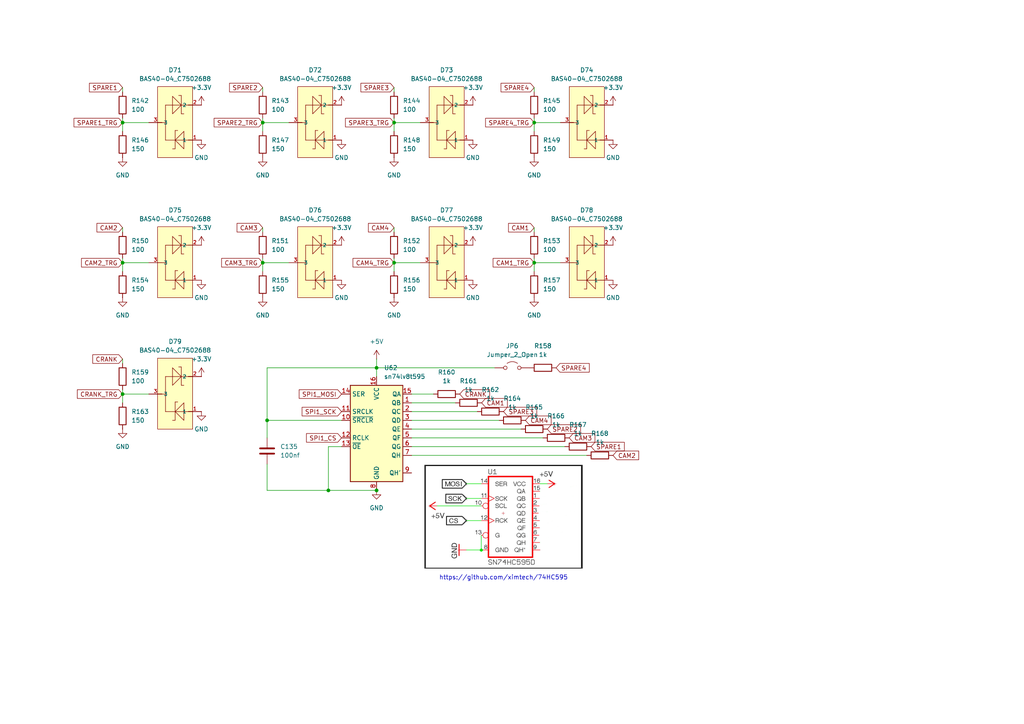
<source format=kicad_sch>
(kicad_sch (version 20250114) (generator "eeschema") (generator_version "9.0")
  (paper "A4")
  (lib_symbols
    (symbol "74xx:74HC595"
      (property "Reference" "U" (at -7.62 13.97 0))
      (property "Value" "74HC595" (at -7.62 -16.51 0))
      (symbol "74HC595_1_0"
        (pin input line (at -10.16 10.16 0) (length 2.54) (name "SER") (number "14"))
        (pin input line (at -10.16 5.08 0) (length 2.54) (name "SRCLK") (number "11"))
        (pin input line (at -10.16 2.54 0) (length 2.54) (name "~{SRCLR}") (number "10"))
        (pin input line (at -10.16 -2.54 0) (length 2.54) (name "RCLK") (number "12"))
        (pin input line (at -10.16 -5.08 0) (length 2.54) (name "~{OE}") (number "13"))
        (pin power_in line (at 0 15.24 270) (length 2.54) (name "VCC") (number "16"))
        (pin power_in line (at 0 -17.78 90) (length 2.54) (name "GND") (number "8"))
        (pin tri_state line (at 10.16 10.16 180) (length 2.54) (name "QA") (number "15"))
        (pin tri_state line (at 10.16 7.62 180) (length 2.54) (name "QB") (number "1"))
        (pin tri_state line (at 10.16 5.08 180) (length 2.54) (name "QC") (number "2"))
        (pin tri_state line (at 10.16 2.54 180) (length 2.54) (name "QD") (number "3"))
        (pin tri_state line (at 10.16 0 180) (length 2.54) (name "QE") (number "4"))
        (pin tri_state line (at 10.16 -2.54 180) (length 2.54) (name "QF") (number "5"))
        (pin tri_state line (at 10.16 -5.08 180) (length 2.54) (name "QG") (number "6"))
        (pin tri_state line (at 10.16 -7.62 180) (length 2.54) (name "QH") (number "7"))
        (pin output line (at 10.16 -12.7 180) (length 2.54) (name "QH'") (number "9"))
      )
      (symbol "74HC595_1_1"
        (rectangle (start -7.62 12.7) (end 7.62 -15.24) (stroke (width 0.254)) (fill (type background)))
      )
    )
    (symbol "Device:C" (pin_numbers (hide yes)) (pin_names (offset 0.254))
      (property "Reference" "C" (at 0.635 2.54 0))
      (property "Value" "C" (at 0.635 -2.54 0))
      (symbol "C_0_1"
        (polyline (pts (xy -2.032 0.762) (xy 2.032 0.762)) (stroke (width 0.508)))
        (polyline (pts (xy -2.032 -0.762) (xy 2.032 -0.762)) (stroke (width 0.508)))
      )
      (symbol "C_1_1"
        (pin passive line (at 0 3.81 270) (length 2.794) (name "~") (number "1"))
        (pin passive line (at 0 -3.81 90) (length 2.794) (name "~") (number "2"))
      )
    )
    (symbol "Device:R" (pin_numbers (hide yes)) (pin_names (offset 0))
      (property "Reference" "R" (at 2.032 0 90))
      (property "Value" "R" (at 0 0 90))
      (symbol "R_0_1"
        (rectangle (start -1.016 -2.54) (end 1.016 2.54) (stroke (width 0.254)))
      )
      (symbol "R_1_1"
        (pin passive line (at 0 3.81 270) (length 1.27) (name "~") (number "1"))
        (pin passive line (at 0 -3.81 90) (length 1.27) (name "~") (number "2"))
      )
    )
    (symbol "Jumper:Jumper_2_Open" (pin_numbers (hide yes)) (pin_names (offset 0) (hide yes))
      (property "Reference" "JP" (at 0 2.794 0))
      (property "Value" "Jumper_2_Open" (at 0 -2.286 0))
      (symbol "Jumper_2_Open_0_0"
        (circle (center -2.032 0) (radius 0.508))
        (circle (center 2.032 0) (radius 0.508))
      )
      (symbol "Jumper_2_Open_0_1"
        (arc (start -1.524 1.27) (mid 0 1.778) (end 1.524 1.27))
      )
      (symbol "Jumper_2_Open_1_1"
        (pin passive line (at -5.08 0 0) (length 2.54) (name "A") (number "1"))
        (pin passive line (at 5.08 0 180) (length 2.54) (name "B") (number "2"))
      )
    )
    (symbol "PCM_JLCPCB-Diode-Packages:Schottky, BAS40-04_C7502688"
      (property "Reference" "D" (at 0 1.27 0))
      (property "Value" "BAS40-04_C7502688" (at 0 -2.54 0))
      (symbol "Schottky, BAS40-04_C7502688_0_1"
        (rectangle (start -10.16 5.08) (end 10.414 -5.08) (fill (type background)))
        (polyline (pts (xy -7.62 0.762) (xy -7.62 0) (xy -5.08 0) (xy -2.286 0)))
        (polyline (pts (xy -5.08 2.794) (xy -5.08 -5.08)))
        (polyline (pts (xy -5.08 2.794) (xy 5.08 2.794)))
        (polyline (pts (xy -2.54 -2.54) (xy -5.08 0) (xy -7.62 -2.54) (xy -2.54 -2.54)) (fill (type background)))
        (polyline (pts (xy -2.286 0) (xy -2.286 -0.762)))
        (polyline (pts (xy 0 5.08) (xy 0 2.794)))
        (polyline (pts (xy 2.54 -2.54) (xy 2.54 -1.778) (xy 7.874 -1.778)))
        (polyline (pts (xy 5.08 2.794) (xy 5.08 -5.08)))
        (polyline (pts (xy 7.62 0.762) (xy 5.08 -1.778) (xy 2.54 0.762) (xy 7.62 0.762)) (fill (type background)))
        (polyline (pts (xy 7.874 -1.778) (xy 7.874 -1.016)))
        (pin input line (at -5.08 -7.62 90) (length 3.81) (name "1") (number "1"))
        (pin input line (at 0 7.62 270) (length 3.81) (name "3") (number "3"))
        (pin input line (at 5.08 -7.62 90) (length 3.81) (name "2") (number "2"))
      )
    )
    (symbol "power:+3.3V" (power) (pin_numbers (hide yes)) (pin_names (offset 0) (hide yes))
      (property "Value" "+3.3V" (at 0 3.556 0))
      (symbol "+3.3V_0_1"
        (polyline (pts (xy -0.762 1.27) (xy 0 2.54)))
        (polyline (pts (xy 0 2.54) (xy 0.762 1.27)))
        (polyline (pts (xy 0 0) (xy 0 2.54)))
      )
      (symbol "+3.3V_1_1"
        (pin power_in line (at 0 0 90) (length 0) (name "~") (number "1"))
      )
    )
    (symbol "power:+5V" (power) (pin_numbers (hide yes)) (pin_names (offset 0) (hide yes))
      (property "Value" "+5V" (at 0 3.556 0))
      (symbol "+5V_0_1"
        (polyline (pts (xy -0.762 1.27) (xy 0 2.54)))
        (polyline (pts (xy 0 2.54) (xy 0.762 1.27)))
        (polyline (pts (xy 0 0) (xy 0 2.54)))
      )
      (symbol "+5V_1_1"
        (pin power_in line (at 0 0 90) (length 0) (name "~") (number "1"))
      )
    )
    (symbol "power:GND" (power) (pin_numbers (hide yes)) (pin_names (offset 0) (hide yes))
      (property "Value" "GND" (at 0 -3.81 0))
      (symbol "GND_0_1"
        (polyline (pts (xy 0 0) (xy 0 -1.27) (xy 1.27 -1.27) (xy 0 -2.54) (xy -1.27 -1.27) (xy 0 -1.27)))
      )
      (symbol "GND_1_1"
        (pin power_in line (at 0 0 270) (length 0) (name "~") (number "1"))
      )
    )
  )
  (text "https://github.com/ximtech/74HC595" (at 146.05 167.64 0) (effects (font (size 1.27 1.27))))
  (junction (at 35.56 114.3))
  (junction (at 35.56 76.2))
  (junction (at 76.2 35.56))
  (junction (at 35.56 35.56))
  (junction (at 109.22 142.24))
  (junction (at 95.25 142.24))
  (junction (at 154.94 76.2))
  (junction (at 76.2 76.2))
  (junction (at 109.22 106.68))
  (junction (at 114.3 35.56))
  (junction (at 114.3 76.2))
  (junction (at 154.94 35.56))
  (junction (at 77.47 121.92))
  (wire (pts (xy 35.56 76.2) (xy 43.18 76.2)))
  (wire (pts (xy 119.38 127) (xy 157.48 127)))
  (wire (pts (xy 76.2 26.67) (xy 76.2 25.4)))
  (wire (pts (xy 76.2 35.56) (xy 76.2 38.1)))
  (wire (pts (xy 154.94 74.93) (xy 154.94 76.2)))
  (wire (pts (xy 99.06 129.54) (xy 95.25 129.54)))
  (wire (pts (xy 95.25 129.54) (xy 95.25 142.24)))
  (wire (pts (xy 77.47 134.62) (xy 77.47 142.24)))
  (wire (pts (xy 35.56 114.3) (xy 43.18 114.3)))
  (wire (pts (xy 154.94 76.2) (xy 154.94 78.74)))
  (wire (pts (xy 119.38 129.54) (xy 163.83 129.54)))
  (wire (pts (xy 35.56 105.41) (xy 35.56 104.14)))
  (wire (pts (xy 119.38 124.46) (xy 151.13 124.46)))
  (wire (pts (xy 114.3 35.56) (xy 121.92 35.56)))
  (wire (pts (xy 119.38 121.92) (xy 144.78 121.92)))
  (wire (pts (xy 76.2 76.2) (xy 76.2 78.74)))
  (wire (pts (xy 77.47 121.92) (xy 77.47 106.68)))
  (wire (pts (xy 109.22 106.68) (xy 143.51 106.68)))
  (wire (pts (xy 119.38 114.3) (xy 125.73 114.3)))
  (wire (pts (xy 114.3 76.2) (xy 114.3 78.74)))
  (wire (pts (xy 154.94 76.2) (xy 162.56 76.2)))
  (wire (pts (xy 114.3 34.29) (xy 114.3 35.56)))
  (wire (pts (xy 114.3 35.56) (xy 114.3 38.1)))
  (wire (pts (xy 119.38 132.08) (xy 170.18 132.08)))
  (wire (pts (xy 77.47 127) (xy 77.47 121.92)))
  (wire (pts (xy 35.56 35.56) (xy 35.56 38.1)))
  (wire (pts (xy 35.56 26.67) (xy 35.56 25.4)))
  (wire (pts (xy 154.94 35.56) (xy 162.56 35.56)))
  (wire (pts (xy 77.47 106.68) (xy 109.22 106.68)))
  (wire (pts (xy 154.94 35.56) (xy 154.94 38.1)))
  (wire (pts (xy 114.3 26.67) (xy 114.3 25.4)))
  (wire (pts (xy 76.2 35.56) (xy 83.82 35.56)))
  (wire (pts (xy 154.94 34.29) (xy 154.94 35.56)))
  (wire (pts (xy 35.56 34.29) (xy 35.56 35.56)))
  (wire (pts (xy 35.56 35.56) (xy 43.18 35.56)))
  (wire (pts (xy 95.25 142.24) (xy 109.22 142.24)))
  (wire (pts (xy 35.56 113.03) (xy 35.56 114.3)))
  (wire (pts (xy 76.2 76.2) (xy 83.82 76.2)))
  (wire (pts (xy 76.2 67.31) (xy 76.2 66.04)))
  (wire (pts (xy 154.94 67.31) (xy 154.94 66.04)))
  (wire (pts (xy 35.56 67.31) (xy 35.56 66.04)))
  (wire (pts (xy 35.56 76.2) (xy 35.56 78.74)))
  (wire (pts (xy 154.94 26.67) (xy 154.94 25.4)))
  (wire (pts (xy 77.47 121.92) (xy 99.06 121.92)))
  (wire (pts (xy 119.38 116.84) (xy 132.08 116.84)))
  (wire (pts (xy 35.56 114.3) (xy 35.56 116.84)))
  (wire (pts (xy 114.3 67.31) (xy 114.3 66.04)))
  (wire (pts (xy 119.38 119.38) (xy 138.43 119.38)))
  (wire (pts (xy 76.2 34.29) (xy 76.2 35.56)))
  (wire (pts (xy 77.47 142.24) (xy 95.25 142.24)))
  (wire (pts (xy 109.22 104.14) (xy 109.22 106.68)))
  (wire (pts (xy 109.22 106.68) (xy 109.22 109.22)))
  (wire (pts (xy 114.3 76.2) (xy 121.92 76.2)))
  (wire (pts (xy 35.56 74.93) (xy 35.56 76.2)))
  (wire (pts (xy 114.3 74.93) (xy 114.3 76.2)))
  (wire (pts (xy 76.2 74.93) (xy 76.2 76.2)))
  (image (at 146.05 149.86) (scale 0.399372))
  (global_label "CAM3" (shape input) (at 76.2 66.04 180) (property "Intersheetrefs" "${INTERSHEET_REFS}" (effects (hide yes))))
  (global_label "CAM4_TRG" (shape input) (at 114.3 76.2 180) (property "Intersheetrefs" "${INTERSHEET_REFS}" (effects (hide yes))))
  (global_label "SPARE3" (shape input) (at 114.3 25.4 180) (property "Intersheetrefs" "${INTERSHEET_REFS}" (effects (hide yes))))
  (global_label "SPARE3_TRG" (shape input) (at 114.3 35.56 180) (property "Intersheetrefs" "${INTERSHEET_REFS}" (effects (hide yes))))
  (global_label "SPARE4" (shape input) (at 161.29 106.68 0) (property "Intersheetrefs" "${INTERSHEET_REFS}" (effects (hide yes))))
  (global_label "CAM3" (shape input) (at 165.1 127 0) (property "Intersheetrefs" "${INTERSHEET_REFS}" (effects (hide yes))))
  (global_label "SPARE4_TRG" (shape input) (at 154.94 35.56 180) (property "Intersheetrefs" "${INTERSHEET_REFS}" (effects (hide yes))))
  (global_label "SPARE1" (shape input) (at 35.56 25.4 180) (property "Intersheetrefs" "${INTERSHEET_REFS}" (effects (hide yes))))
  (global_label "SPARE2" (shape input) (at 158.75 124.46 0) (property "Intersheetrefs" "${INTERSHEET_REFS}" (effects (hide yes))))
  (global_label "SPI1_SCK" (shape input) (at 99.06 119.38 180) (property "Intersheetrefs" "${INTERSHEET_REFS}" (effects (hide yes))))
  (global_label "CAM2" (shape input) (at 35.56 66.04 180) (property "Intersheetrefs" "${INTERSHEET_REFS}" (effects (hide yes))))
  (global_label "CAM2" (shape input) (at 177.8 132.08 0) (property "Intersheetrefs" "${INTERSHEET_REFS}" (effects (hide yes))))
  (global_label "CAM4" (shape input) (at 152.4 121.92 0) (property "Intersheetrefs" "${INTERSHEET_REFS}" (effects (hide yes))))
  (global_label "SPARE1" (shape input) (at 171.45 129.54 0) (property "Intersheetrefs" "${INTERSHEET_REFS}" (effects (hide yes))))
  (global_label "CAM1" (shape input) (at 154.94 66.04 180) (property "Intersheetrefs" "${INTERSHEET_REFS}" (effects (hide yes))))
  (global_label "SPARE2" (shape input) (at 76.2 25.4 180) (property "Intersheetrefs" "${INTERSHEET_REFS}" (effects (hide yes))))
  (global_label "CAM4" (shape input) (at 114.3 66.04 180) (property "Intersheetrefs" "${INTERSHEET_REFS}" (effects (hide yes))))
  (global_label "CAM3_TRG" (shape input) (at 76.2 76.2 180) (property "Intersheetrefs" "${INTERSHEET_REFS}" (effects (hide yes))))
  (global_label "SPARE4" (shape input) (at 154.94 25.4 180) (property "Intersheetrefs" "${INTERSHEET_REFS}" (effects (hide yes))))
  (global_label "SPARE2_TRG" (shape input) (at 76.2 35.56 180) (property "Intersheetrefs" "${INTERSHEET_REFS}" (effects (hide yes))))
  (global_label "CAM2_TRG" (shape input) (at 35.56 76.2 180) (property "Intersheetrefs" "${INTERSHEET_REFS}" (effects (hide yes))))
  (global_label "SPARE1_TRG" (shape input) (at 35.56 35.56 180) (property "Intersheetrefs" "${INTERSHEET_REFS}" (effects (hide yes))))
  (global_label "SPARE3" (shape input) (at 146.05 119.38 0) (property "Intersheetrefs" "${INTERSHEET_REFS}" (effects (hide yes))))
  (global_label "CRANK" (shape input) (at 133.35 114.3 0) (property "Intersheetrefs" "${INTERSHEET_REFS}" (effects (hide yes))))
  (global_label "CAM1_TRG" (shape input) (at 154.94 76.2 180) (property "Intersheetrefs" "${INTERSHEET_REFS}" (effects (hide yes))))
  (global_label "CRANK" (shape input) (at 35.56 104.14 180) (property "Intersheetrefs" "${INTERSHEET_REFS}" (effects (hide yes))))
  (global_label "SPI1_CS" (shape input) (at 99.06 127 180) (property "Intersheetrefs" "${INTERSHEET_REFS}" (effects (hide yes))))
  (global_label "CRANK_TRG" (shape input) (at 35.56 114.3 180) (property "Intersheetrefs" "${INTERSHEET_REFS}" (effects (hide yes))))
  (global_label "SPI1_MOSI" (shape input) (at 99.06 114.3 180) (property "Intersheetrefs" "${INTERSHEET_REFS}" (effects (hide yes))))
  (global_label "CAM1" (shape input) (at 139.7 116.84 0) (property "Intersheetrefs" "${INTERSHEET_REFS}" (effects (hide yes))))
  (symbol (lib_id "PCM_JLCPCB-Diode-Packages:Schottky, BAS40-04_C7502688") (at 50.8 114.3 90) (unit 1)
    (property "Reference" "D79" (at 50.8 99.06 90))
    (property "Value" "BAS40-04_C7502688" (at 50.8 101.6 90))
    (property "Footprint" "PCM_JLCPCB:SOT-23-3_L2.9-W1.3-P1.90-LS2.4-BL-1" (effects (hide yes)))
    (property "Datasheet" "https://wmsc.lcsc.com/wmsc/upload/file/pdf/v2/lcsc/2402010330_hongjiacheng-BAS40-04_C7502688.pdf" (effects (hide yes)))
    (property "Description" "40V Independent Type 200mA 1V@40mA SOT-23 Schottky Diodes ROHS" (effects (hide yes)))
    (property "LCSC" "C7502688" (effects (hide yes)))
    (property "Stock" "39639" (effects (hide yes)))
    (property "Price" "0.020USD" (effects (hide yes)))
    (property "Process" "SMT" (effects (hide yes)))
    (property "Minimum Qty" "10" (effects (hide yes)))
    (property "Attrition Qty" "4" (effects (hide yes)))
    (property "Class" "Preferred Component" (effects (hide yes)))
    (property "Category" "Diodes,Schottky Barrier Diodes (SBD)" (effects (hide yes)))
    (property "Manufacturer" "hongjiacheng" (effects (hide yes)))
    (property "Part" "BAS40-04" (effects (hide yes)))
  )
  (symbol (lib_id "Device:R") (at 142.24 119.38 270) (unit 1)
    (property "Reference" "R162" (at 142.24 113.03 90))
    (property "Value" "1k" (at 142.24 115.57 90))
    (property "Footprint" "Resistor_SMD:R_0402_1005Metric" (effects (hide yes)))
    (property "Description" "Resistor" (effects (hide yes)))
  )
  (symbol (lib_id "power:+3.3V") (at 99.06 30.48 0) (unit 1)
    (property "Reference" "#PWR0380" (effects (hide yes)))
    (property "Value" "+3.3V" (at 99.06 25.4 0))
    (property "Description" "Power symbol creates a global label with name \"+3.3V\"" (effects (hide yes)))
  )
  (symbol (lib_id "power:GND") (at 58.42 40.64 0) (unit 1)
    (property "Reference" "#PWR0383" (effects (hide yes)))
    (property "Value" "GND" (at 58.42 45.72 0))
    (property "Description" "Power symbol creates a global label with name \"GND\" , ground" (effects (hide yes)))
  )
  (symbol (lib_id "PCM_JLCPCB-Diode-Packages:Schottky, BAS40-04_C7502688") (at 170.18 76.2 90) (unit 1)
    (property "Reference" "D78" (at 170.18 60.96 90))
    (property "Value" "BAS40-04_C7502688" (at 170.18 63.5 90))
    (property "Footprint" "PCM_JLCPCB:SOT-23-3_L2.9-W1.3-P1.90-LS2.4-BL-1" (effects (hide yes)))
    (property "Datasheet" "https://wmsc.lcsc.com/wmsc/upload/file/pdf/v2/lcsc/2402010330_hongjiacheng-BAS40-04_C7502688.pdf" (effects (hide yes)))
    (property "Description" "40V Independent Type 200mA 1V@40mA SOT-23 Schottky Diodes ROHS" (effects (hide yes)))
    (property "LCSC" "C7502688" (effects (hide yes)))
    (property "Stock" "39639" (effects (hide yes)))
    (property "Price" "0.020USD" (effects (hide yes)))
    (property "Process" "SMT" (effects (hide yes)))
    (property "Minimum Qty" "10" (effects (hide yes)))
    (property "Attrition Qty" "4" (effects (hide yes)))
    (property "Class" "Preferred Component" (effects (hide yes)))
    (property "Category" "Diodes,Schottky Barrier Diodes (SBD)" (effects (hide yes)))
    (property "Manufacturer" "hongjiacheng" (effects (hide yes)))
    (property "Part" "BAS40-04" (effects (hide yes)))
  )
  (symbol (lib_id "Device:R") (at 114.3 41.91 180) (unit 1)
    (property "Reference" "R148" (at 116.84 40.6399 0) (effects (justify right)))
    (property "Value" "150" (at 116.84 43.1799 0) (effects (justify right)))
    (property "Footprint" "Resistor_SMD:R_0402_1005Metric" (effects (hide yes)))
    (property "Description" "Resistor" (effects (hide yes)))
  )
  (symbol (lib_id "Device:R") (at 76.2 82.55 180) (unit 1)
    (property "Reference" "R155" (at 78.74 81.2799 0) (effects (justify right)))
    (property "Value" "150" (at 78.74 83.8199 0) (effects (justify right)))
    (property "Footprint" "Resistor_SMD:R_0402_1005Metric" (effects (hide yes)))
    (property "Description" "Resistor" (effects (hide yes)))
  )
  (symbol (lib_id "Device:R") (at 76.2 30.48 180) (unit 1)
    (property "Reference" "R143" (at 78.74 29.2099 0) (effects (justify right)))
    (property "Value" "100" (at 78.74 31.7499 0) (effects (justify right)))
    (property "Footprint" "Resistor_SMD:R_0402_1005Metric" (effects (hide yes)))
    (property "Description" "Resistor" (effects (hide yes)))
  )
  (symbol (lib_id "PCM_JLCPCB-Diode-Packages:Schottky, BAS40-04_C7502688") (at 129.54 76.2 90) (unit 1)
    (property "Reference" "D77" (at 129.54 60.96 90))
    (property "Value" "BAS40-04_C7502688" (at 129.54 63.5 90))
    (property "Footprint" "PCM_JLCPCB:SOT-23-3_L2.9-W1.3-P1.90-LS2.4-BL-1" (effects (hide yes)))
    (property "Datasheet" "https://wmsc.lcsc.com/wmsc/upload/file/pdf/v2/lcsc/2402010330_hongjiacheng-BAS40-04_C7502688.pdf" (effects (hide yes)))
    (property "Description" "40V Independent Type 200mA 1V@40mA SOT-23 Schottky Diodes ROHS" (effects (hide yes)))
    (property "LCSC" "C7502688" (effects (hide yes)))
    (property "Stock" "39639" (effects (hide yes)))
    (property "Price" "0.020USD" (effects (hide yes)))
    (property "Process" "SMT" (effects (hide yes)))
    (property "Minimum Qty" "10" (effects (hide yes)))
    (property "Attrition Qty" "4" (effects (hide yes)))
    (property "Class" "Preferred Component" (effects (hide yes)))
    (property "Category" "Diodes,Schottky Barrier Diodes (SBD)" (effects (hide yes)))
    (property "Manufacturer" "hongjiacheng" (effects (hide yes)))
    (property "Part" "BAS40-04" (effects (hide yes)))
  )
  (symbol (lib_id "power:+3.3V") (at 58.42 109.22 0) (unit 1)
    (property "Reference" "#PWR0404" (effects (hide yes)))
    (property "Value" "+3.3V" (at 58.42 104.14 0))
    (property "Description" "Power symbol creates a global label with name \"+3.3V\"" (effects (hide yes)))
  )
  (symbol (lib_id "power:GND") (at 35.56 124.46 0) (unit 1)
    (property "Reference" "#PWR0406" (effects (hide yes)))
    (property "Value" "GND" (at 35.56 129.54 0))
    (property "Description" "Power symbol creates a global label with name \"GND\" , ground" (effects (hide yes)))
  )
  (symbol (lib_id "Device:R") (at 148.59 121.92 270) (unit 1)
    (property "Reference" "R164" (at 148.59 115.57 90))
    (property "Value" "1k" (at 148.59 118.11 90))
    (property "Footprint" "Resistor_SMD:R_0402_1005Metric" (effects (hide yes)))
    (property "Description" "Resistor" (effects (hide yes)))
  )
  (symbol (lib_id "power:GND") (at 58.42 81.28 0) (unit 1)
    (property "Reference" "#PWR0395" (effects (hide yes)))
    (property "Value" "GND" (at 58.42 86.36 0))
    (property "Description" "Power symbol creates a global label with name \"GND\" , ground" (effects (hide yes)))
  )
  (symbol (lib_id "power:GND") (at 76.2 45.72 0) (unit 1)
    (property "Reference" "#PWR0388" (effects (hide yes)))
    (property "Value" "GND" (at 76.2 50.8 0))
    (property "Description" "Power symbol creates a global label with name \"GND\" , ground" (effects (hide yes)))
  )
  (symbol (lib_id "Device:R") (at 173.99 132.08 270) (unit 1)
    (property "Reference" "R168" (at 173.99 125.73 90))
    (property "Value" "1k" (at 173.99 128.27 90))
    (property "Footprint" "Resistor_SMD:R_0402_1005Metric" (effects (hide yes)))
    (property "Description" "Resistor" (effects (hide yes)))
  )
  (symbol (lib_id "PCM_JLCPCB-Diode-Packages:Schottky, BAS40-04_C7502688") (at 91.44 35.56 90) (unit 1)
    (property "Reference" "D72" (at 91.44 20.32 90))
    (property "Value" "BAS40-04_C7502688" (at 91.44 22.86 90))
    (property "Footprint" "PCM_JLCPCB:SOT-23-3_L2.9-W1.3-P1.90-LS2.4-BL-1" (effects (hide yes)))
    (property "Datasheet" "https://wmsc.lcsc.com/wmsc/upload/file/pdf/v2/lcsc/2402010330_hongjiacheng-BAS40-04_C7502688.pdf" (effects (hide yes)))
    (property "Description" "40V Independent Type 200mA 1V@40mA SOT-23 Schottky Diodes ROHS" (effects (hide yes)))
    (property "LCSC" "C7502688" (effects (hide yes)))
    (property "Stock" "39639" (effects (hide yes)))
    (property "Price" "0.020USD" (effects (hide yes)))
    (property "Process" "SMT" (effects (hide yes)))
    (property "Minimum Qty" "10" (effects (hide yes)))
    (property "Attrition Qty" "4" (effects (hide yes)))
    (property "Class" "Preferred Component" (effects (hide yes)))
    (property "Category" "Diodes,Schottky Barrier Diodes (SBD)" (effects (hide yes)))
    (property "Manufacturer" "hongjiacheng" (effects (hide yes)))
    (property "Part" "BAS40-04" (effects (hide yes)))
  )
  (symbol (lib_id "power:GND") (at 177.8 40.64 0) (unit 1)
    (property "Reference" "#PWR0386" (effects (hide yes)))
    (property "Value" "GND" (at 177.8 45.72 0))
    (property "Description" "Power symbol creates a global label with name \"GND\" , ground" (effects (hide yes)))
  )
  (symbol (lib_id "power:+3.3V") (at 58.42 71.12 0) (unit 1)
    (property "Reference" "#PWR0391" (effects (hide yes)))
    (property "Value" "+3.3V" (at 58.42 66.04 0))
    (property "Description" "Power symbol creates a global label with name \"+3.3V\"" (effects (hide yes)))
  )
  (symbol (lib_id "Device:C") (at 77.47 130.81 0) (unit 1)
    (property "Reference" "C135" (at 81.28 129.5399 0) (effects (justify left)))
    (property "Value" "100nf" (at 81.28 132.0799 0) (effects (justify left)))
    (property "Footprint" "Capacitor_SMD:C_0402_1005Metric" (effects (hide yes)))
    (property "Description" "Unpolarized capacitor" (effects (hide yes)))
  )
  (symbol (lib_id "Device:R") (at 154.94 82.55 180) (unit 1)
    (property "Reference" "R157" (at 157.48 81.2799 0) (effects (justify right)))
    (property "Value" "150" (at 157.48 83.8199 0) (effects (justify right)))
    (property "Footprint" "Resistor_SMD:R_0402_1005Metric" (effects (hide yes)))
    (property "Description" "Resistor" (effects (hide yes)))
  )
  (symbol (lib_id "power:GND") (at 109.22 142.24 0) (unit 1)
    (property "Reference" "#PWR0407" (effects (hide yes)))
    (property "Value" "GND" (at 109.22 147.32 0))
    (property "Description" "Power symbol creates a global label with name \"GND\" , ground" (effects (hide yes)))
  )
  (symbol (lib_id "Device:R") (at 161.29 127 270) (unit 1)
    (property "Reference" "R166" (at 161.29 120.65 90))
    (property "Value" "1k" (at 161.29 123.19 90))
    (property "Footprint" "Resistor_SMD:R_0402_1005Metric" (effects (hide yes)))
    (property "Description" "Resistor" (effects (hide yes)))
  )
  (symbol (lib_id "Device:R") (at 129.54 114.3 270) (unit 1)
    (property "Reference" "R160" (at 129.54 107.95 90))
    (property "Value" "1k" (at 129.54 110.49 90))
    (property "Footprint" "Resistor_SMD:R_0402_1005Metric" (effects (hide yes)))
    (property "Description" "Resistor" (effects (hide yes)))
  )
  (symbol (lib_id "74xx:74HC595") (at 109.22 124.46 0) (unit 1)
    (property "Reference" "U62" (at 111.3633 106.68 0) (effects (justify left)))
    (property "Value" "sn74lv8t595" (at 111.3633 109.22 0) (effects (justify left)))
    (property "Footprint" "Package_SO:TSSOP-16_4.4x5mm_P0.65mm" (effects (hide yes)))
    (property "Datasheet" "http://www.ti.com/lit/ds/symlink/sn74hc595.pdf" (effects (hide yes)))
    (property "Description" "8-bit serial in/out Shift Register 3-State Outputs" (effects (hide yes)))
  )
  (symbol (lib_id "power:GND") (at 137.16 81.28 0) (unit 1)
    (property "Reference" "#PWR0397" (effects (hide yes)))
    (property "Value" "GND" (at 137.16 86.36 0))
    (property "Description" "Power symbol creates a global label with name \"GND\" , ground" (effects (hide yes)))
  )
  (symbol (lib_id "Device:R") (at 35.56 30.48 180) (unit 1)
    (property "Reference" "R142" (at 38.1 29.2099 0) (effects (justify right)))
    (property "Value" "100" (at 38.1 31.7499 0) (effects (justify right)))
    (property "Footprint" "Resistor_SMD:R_0402_1005Metric" (effects (hide yes)))
    (property "Description" "Resistor" (effects (hide yes)))
  )
  (symbol (lib_id "PCM_JLCPCB-Diode-Packages:Schottky, BAS40-04_C7502688") (at 129.54 35.56 90) (unit 1)
    (property "Reference" "D73" (at 129.54 20.32 90))
    (property "Value" "BAS40-04_C7502688" (at 129.54 22.86 90))
    (property "Footprint" "PCM_JLCPCB:SOT-23-3_L2.9-W1.3-P1.90-LS2.4-BL-1" (effects (hide yes)))
    (property "Datasheet" "https://wmsc.lcsc.com/wmsc/upload/file/pdf/v2/lcsc/2402010330_hongjiacheng-BAS40-04_C7502688.pdf" (effects (hide yes)))
    (property "Description" "40V Independent Type 200mA 1V@40mA SOT-23 Schottky Diodes ROHS" (effects (hide yes)))
    (property "LCSC" "C7502688" (effects (hide yes)))
    (property "Stock" "39639" (effects (hide yes)))
    (property "Price" "0.020USD" (effects (hide yes)))
    (property "Process" "SMT" (effects (hide yes)))
    (property "Minimum Qty" "10" (effects (hide yes)))
    (property "Attrition Qty" "4" (effects (hide yes)))
    (property "Class" "Preferred Component" (effects (hide yes)))
    (property "Category" "Diodes,Schottky Barrier Diodes (SBD)" (effects (hide yes)))
    (property "Manufacturer" "hongjiacheng" (effects (hide yes)))
    (property "Part" "BAS40-04" (effects (hide yes)))
  )
  (symbol (lib_id "power:GND") (at 114.3 45.72 0) (unit 1)
    (property "Reference" "#PWR0389" (effects (hide yes)))
    (property "Value" "GND" (at 114.3 50.8 0))
    (property "Description" "Power symbol creates a global label with name \"GND\" , ground" (effects (hide yes)))
  )
  (symbol (lib_id "Device:R") (at 154.94 124.46 270) (unit 1)
    (property "Reference" "R165" (at 154.94 118.11 90))
    (property "Value" "1k" (at 154.94 120.65 90))
    (property "Footprint" "Resistor_SMD:R_0402_1005Metric" (effects (hide yes)))
    (property "Description" "Resistor" (effects (hide yes)))
  )
  (symbol (lib_id "Device:R") (at 154.94 41.91 180) (unit 1)
    (property "Reference" "R149" (at 157.48 40.6399 0) (effects (justify right)))
    (property "Value" "150" (at 157.48 43.1799 0) (effects (justify right)))
    (property "Footprint" "Resistor_SMD:R_0402_1005Metric" (effects (hide yes)))
    (property "Description" "Resistor" (effects (hide yes)))
  )
  (symbol (lib_id "power:+3.3V") (at 99.06 71.12 0) (unit 1)
    (property "Reference" "#PWR0392" (effects (hide yes)))
    (property "Value" "+3.3V" (at 99.06 66.04 0))
    (property "Description" "Power symbol creates a global label with name \"+3.3V\"" (effects (hide yes)))
  )
  (symbol (lib_id "PCM_JLCPCB-Diode-Packages:Schottky, BAS40-04_C7502688") (at 50.8 76.2 90) (unit 1)
    (property "Reference" "D75" (at 50.8 60.96 90))
    (property "Value" "BAS40-04_C7502688" (at 50.8 63.5 90))
    (property "Footprint" "PCM_JLCPCB:SOT-23-3_L2.9-W1.3-P1.90-LS2.4-BL-1" (effects (hide yes)))
    (property "Datasheet" "https://wmsc.lcsc.com/wmsc/upload/file/pdf/v2/lcsc/2402010330_hongjiacheng-BAS40-04_C7502688.pdf" (effects (hide yes)))
    (property "Description" "40V Independent Type 200mA 1V@40mA SOT-23 Schottky Diodes ROHS" (effects (hide yes)))
    (property "LCSC" "C7502688" (effects (hide yes)))
    (property "Stock" "39639" (effects (hide yes)))
    (property "Price" "0.020USD" (effects (hide yes)))
    (property "Process" "SMT" (effects (hide yes)))
    (property "Minimum Qty" "10" (effects (hide yes)))
    (property "Attrition Qty" "4" (effects (hide yes)))
    (property "Class" "Preferred Component" (effects (hide yes)))
    (property "Category" "Diodes,Schottky Barrier Diodes (SBD)" (effects (hide yes)))
    (property "Manufacturer" "hongjiacheng" (effects (hide yes)))
    (property "Part" "BAS40-04" (effects (hide yes)))
  )
  (symbol (lib_id "Device:R") (at 35.56 71.12 180) (unit 1)
    (property "Reference" "R150" (at 38.1 69.8499 0) (effects (justify right)))
    (property "Value" "100" (at 38.1 72.3899 0) (effects (justify right)))
    (property "Footprint" "Resistor_SMD:R_0402_1005Metric" (effects (hide yes)))
    (property "Description" "Resistor" (effects (hide yes)))
  )
  (symbol (lib_id "Device:R") (at 167.64 129.54 270) (unit 1)
    (property "Reference" "R167" (at 167.64 123.19 90))
    (property "Value" "1k" (at 167.64 125.73 90))
    (property "Footprint" "Resistor_SMD:R_0402_1005Metric" (effects (hide yes)))
    (property "Description" "Resistor" (effects (hide yes)))
  )
  (symbol (lib_id "Device:R") (at 35.56 41.91 180) (unit 1)
    (property "Reference" "R146" (at 38.1 40.6399 0) (effects (justify right)))
    (property "Value" "150" (at 38.1 43.1799 0) (effects (justify right)))
    (property "Footprint" "Resistor_SMD:R_0402_1005Metric" (effects (hide yes)))
    (property "Description" "Resistor" (effects (hide yes)))
  )
  (symbol (lib_id "power:GND") (at 76.2 86.36 0) (unit 1)
    (property "Reference" "#PWR0400" (effects (hide yes)))
    (property "Value" "GND" (at 76.2 91.44 0))
    (property "Description" "Power symbol creates a global label with name \"GND\" , ground" (effects (hide yes)))
  )
  (symbol (lib_id "Device:R") (at 114.3 82.55 180) (unit 1)
    (property "Reference" "R156" (at 116.84 81.2799 0) (effects (justify right)))
    (property "Value" "150" (at 116.84 83.8199 0) (effects (justify right)))
    (property "Footprint" "Resistor_SMD:R_0402_1005Metric" (effects (hide yes)))
    (property "Description" "Resistor" (effects (hide yes)))
  )
  (symbol (lib_id "power:+3.3V") (at 177.8 71.12 0) (unit 1)
    (property "Reference" "#PWR0394" (effects (hide yes)))
    (property "Value" "+3.3V" (at 177.8 66.04 0))
    (property "Description" "Power symbol creates a global label with name \"+3.3V\"" (effects (hide yes)))
  )
  (symbol (lib_id "Device:R") (at 154.94 71.12 180) (unit 1)
    (property "Reference" "R153" (at 157.48 69.8499 0) (effects (justify right)))
    (property "Value" "100" (at 157.48 72.3899 0) (effects (justify right)))
    (property "Footprint" "Resistor_SMD:R_0402_1005Metric" (effects (hide yes)))
    (property "Description" "Resistor" (effects (hide yes)))
  )
  (symbol (lib_id "power:+3.3V") (at 177.8 30.48 0) (unit 1)
    (property "Reference" "#PWR0382" (effects (hide yes)))
    (property "Value" "+3.3V" (at 177.8 25.4 0))
    (property "Description" "Power symbol creates a global label with name \"+3.3V\"" (effects (hide yes)))
  )
  (symbol (lib_id "Device:R") (at 35.56 120.65 180) (unit 1)
    (property "Reference" "R163" (at 38.1 119.3799 0) (effects (justify right)))
    (property "Value" "150" (at 38.1 121.9199 0) (effects (justify right)))
    (property "Footprint" "Resistor_SMD:R_0402_1005Metric" (effects (hide yes)))
    (property "Description" "Resistor" (effects (hide yes)))
  )
  (symbol (lib_id "power:GND") (at 99.06 40.64 0) (unit 1)
    (property "Reference" "#PWR0384" (effects (hide yes)))
    (property "Value" "GND" (at 99.06 45.72 0))
    (property "Description" "Power symbol creates a global label with name \"GND\" , ground" (effects (hide yes)))
  )
  (symbol (lib_id "power:GND") (at 137.16 40.64 0) (unit 1)
    (property "Reference" "#PWR0385" (effects (hide yes)))
    (property "Value" "GND" (at 137.16 45.72 0))
    (property "Description" "Power symbol creates a global label with name \"GND\" , ground" (effects (hide yes)))
  )
  (symbol (lib_id "Device:R") (at 135.89 116.84 270) (unit 1)
    (property "Reference" "R161" (at 135.89 110.49 90))
    (property "Value" "1k" (at 135.89 113.03 90))
    (property "Footprint" "Resistor_SMD:R_0402_1005Metric" (effects (hide yes)))
    (property "Description" "Resistor" (effects (hide yes)))
  )
  (symbol (lib_id "Device:R") (at 35.56 82.55 180) (unit 1)
    (property "Reference" "R154" (at 38.1 81.2799 0) (effects (justify right)))
    (property "Value" "150" (at 38.1 83.8199 0) (effects (justify right)))
    (property "Footprint" "Resistor_SMD:R_0402_1005Metric" (effects (hide yes)))
    (property "Description" "Resistor" (effects (hide yes)))
  )
  (symbol (lib_id "power:GND") (at 154.94 86.36 0) (unit 1)
    (property "Reference" "#PWR0402" (effects (hide yes)))
    (property "Value" "GND" (at 154.94 91.44 0))
    (property "Description" "Power symbol creates a global label with name \"GND\" , ground" (effects (hide yes)))
  )
  (symbol (lib_id "power:GND") (at 35.56 86.36 0) (unit 1)
    (property "Reference" "#PWR0399" (effects (hide yes)))
    (property "Value" "GND" (at 35.56 91.44 0))
    (property "Description" "Power symbol creates a global label with name \"GND\" , ground" (effects (hide yes)))
  )
  (symbol (lib_id "Device:R") (at 114.3 71.12 180) (unit 1)
    (property "Reference" "R152" (at 116.84 69.8499 0) (effects (justify right)))
    (property "Value" "100" (at 116.84 72.3899 0) (effects (justify right)))
    (property "Footprint" "Resistor_SMD:R_0402_1005Metric" (effects (hide yes)))
    (property "Description" "Resistor" (effects (hide yes)))
  )
  (symbol (lib_id "Device:R") (at 154.94 30.48 180) (unit 1)
    (property "Reference" "R145" (at 157.48 29.2099 0) (effects (justify right)))
    (property "Value" "100" (at 157.48 31.7499 0) (effects (justify right)))
    (property "Footprint" "Resistor_SMD:R_0402_1005Metric" (effects (hide yes)))
    (property "Description" "Resistor" (effects (hide yes)))
  )
  (symbol (lib_id "power:+3.3V") (at 58.42 30.48 0) (unit 1)
    (property "Reference" "#PWR0379" (effects (hide yes)))
    (property "Value" "+3.3V" (at 58.42 25.4 0))
    (property "Description" "Power symbol creates a global label with name \"+3.3V\"" (effects (hide yes)))
  )
  (symbol (lib_id "power:GND") (at 114.3 86.36 0) (unit 1)
    (property "Reference" "#PWR0401" (effects (hide yes)))
    (property "Value" "GND" (at 114.3 91.44 0))
    (property "Description" "Power symbol creates a global label with name \"GND\" , ground" (effects (hide yes)))
  )
  (symbol (lib_id "power:+3.3V") (at 137.16 71.12 0) (unit 1)
    (property "Reference" "#PWR0393" (effects (hide yes)))
    (property "Value" "+3.3V" (at 137.16 66.04 0))
    (property "Description" "Power symbol creates a global label with name \"+3.3V\"" (effects (hide yes)))
  )
  (symbol (lib_id "Device:R") (at 76.2 71.12 180) (unit 1)
    (property "Reference" "R151" (at 78.74 69.8499 0) (effects (justify right)))
    (property "Value" "100" (at 78.74 72.3899 0) (effects (justify right)))
    (property "Footprint" "Resistor_SMD:R_0402_1005Metric" (effects (hide yes)))
    (property "Description" "Resistor" (effects (hide yes)))
  )
  (symbol (lib_id "power:GND") (at 154.94 45.72 0) (unit 1)
    (property "Reference" "#PWR0390" (effects (hide yes)))
    (property "Value" "GND" (at 154.94 50.8 0))
    (property "Description" "Power symbol creates a global label with name \"GND\" , ground" (effects (hide yes)))
  )
  (symbol (lib_id "Device:R") (at 114.3 30.48 180) (unit 1)
    (property "Reference" "R144" (at 116.84 29.2099 0) (effects (justify right)))
    (property "Value" "100" (at 116.84 31.7499 0) (effects (justify right)))
    (property "Footprint" "Resistor_SMD:R_0402_1005Metric" (effects (hide yes)))
    (property "Description" "Resistor" (effects (hide yes)))
  )
  (symbol (lib_id "PCM_JLCPCB-Diode-Packages:Schottky, BAS40-04_C7502688") (at 50.8 35.56 90) (unit 1)
    (property "Reference" "D71" (at 50.8 20.32 90))
    (property "Value" "BAS40-04_C7502688" (at 50.8 22.86 90))
    (property "Footprint" "PCM_JLCPCB:SOT-23-3_L2.9-W1.3-P1.90-LS2.4-BL-1" (effects (hide yes)))
    (property "Datasheet" "https://wmsc.lcsc.com/wmsc/upload/file/pdf/v2/lcsc/2402010330_hongjiacheng-BAS40-04_C7502688.pdf" (effects (hide yes)))
    (property "Description" "40V Independent Type 200mA 1V@40mA SOT-23 Schottky Diodes ROHS" (effects (hide yes)))
    (property "LCSC" "C7502688" (effects (hide yes)))
    (property "Stock" "39639" (effects (hide yes)))
    (property "Price" "0.020USD" (effects (hide yes)))
    (property "Process" "SMT" (effects (hide yes)))
    (property "Minimum Qty" "10" (effects (hide yes)))
    (property "Attrition Qty" "4" (effects (hide yes)))
    (property "Class" "Preferred Component" (effects (hide yes)))
    (property "Category" "Diodes,Schottky Barrier Diodes (SBD)" (effects (hide yes)))
    (property "Manufacturer" "hongjiacheng" (effects (hide yes)))
    (property "Part" "BAS40-04" (effects (hide yes)))
  )
  (symbol (lib_id "power:+5V") (at 109.22 104.14 0) (unit 1)
    (property "Reference" "#PWR0403" (effects (hide yes)))
    (property "Value" "+5V" (at 109.22 99.06 0))
    (property "Description" "Power symbol creates a global label with name \"+5V\"" (effects (hide yes)))
  )
  (symbol (lib_id "power:+3.3V") (at 137.16 30.48 0) (unit 1)
    (property "Reference" "#PWR0381" (effects (hide yes)))
    (property "Value" "+3.3V" (at 137.16 25.4 0))
    (property "Description" "Power symbol creates a global label with name \"+3.3V\"" (effects (hide yes)))
  )
  (symbol (lib_id "power:GND") (at 177.8 81.28 0) (unit 1)
    (property "Reference" "#PWR0398" (effects (hide yes)))
    (property "Value" "GND" (at 177.8 86.36 0))
    (property "Description" "Power symbol creates a global label with name \"GND\" , ground" (effects (hide yes)))
  )
  (symbol (lib_id "power:GND") (at 35.56 45.72 0) (unit 1)
    (property "Reference" "#PWR0387" (effects (hide yes)))
    (property "Value" "GND" (at 35.56 50.8 0))
    (property "Description" "Power symbol creates a global label with name \"GND\" , ground" (effects (hide yes)))
  )
  (symbol (lib_id "Device:R") (at 35.56 109.22 180) (unit 1)
    (property "Reference" "R159" (at 38.1 107.9499 0) (effects (justify right)))
    (property "Value" "100" (at 38.1 110.4899 0) (effects (justify right)))
    (property "Footprint" "Resistor_SMD:R_0402_1005Metric" (effects (hide yes)))
    (property "Description" "Resistor" (effects (hide yes)))
  )
  (symbol (lib_id "PCM_JLCPCB-Diode-Packages:Schottky, BAS40-04_C7502688") (at 170.18 35.56 90) (unit 1)
    (property "Reference" "D74" (at 170.18 20.32 90))
    (property "Value" "BAS40-04_C7502688" (at 170.18 22.86 90))
    (property "Footprint" "PCM_JLCPCB:SOT-23-3_L2.9-W1.3-P1.90-LS2.4-BL-1" (effects (hide yes)))
    (property "Datasheet" "https://wmsc.lcsc.com/wmsc/upload/file/pdf/v2/lcsc/2402010330_hongjiacheng-BAS40-04_C7502688.pdf" (effects (hide yes)))
    (property "Description" "40V Independent Type 200mA 1V@40mA SOT-23 Schottky Diodes ROHS" (effects (hide yes)))
    (property "LCSC" "C7502688" (effects (hide yes)))
    (property "Stock" "39639" (effects (hide yes)))
    (property "Price" "0.020USD" (effects (hide yes)))
    (property "Process" "SMT" (effects (hide yes)))
    (property "Minimum Qty" "10" (effects (hide yes)))
    (property "Attrition Qty" "4" (effects (hide yes)))
    (property "Class" "Preferred Component" (effects (hide yes)))
    (property "Category" "Diodes,Schottky Barrier Diodes (SBD)" (effects (hide yes)))
    (property "Manufacturer" "hongjiacheng" (effects (hide yes)))
    (property "Part" "BAS40-04" (effects (hide yes)))
  )
  (symbol (lib_id "power:GND") (at 99.06 81.28 0) (unit 1)
    (property "Reference" "#PWR0396" (effects (hide yes)))
    (property "Value" "GND" (at 99.06 86.36 0))
    (property "Description" "Power symbol creates a global label with name \"GND\" , ground" (effects (hide yes)))
  )
  (symbol (lib_id "Device:R") (at 76.2 41.91 180) (unit 1)
    (property "Reference" "R147" (at 78.74 40.6399 0) (effects (justify right)))
    (property "Value" "150" (at 78.74 43.1799 0) (effects (justify right)))
    (property "Footprint" "Resistor_SMD:R_0402_1005Metric" (effects (hide yes)))
    (property "Description" "Resistor" (effects (hide yes)))
  )
  (symbol (lib_id "PCM_JLCPCB-Diode-Packages:Schottky, BAS40-04_C7502688") (at 91.44 76.2 90) (unit 1)
    (property "Reference" "D76" (at 91.44 60.96 90))
    (property "Value" "BAS40-04_C7502688" (at 91.44 63.5 90))
    (property "Footprint" "PCM_JLCPCB:SOT-23-3_L2.9-W1.3-P1.90-LS2.4-BL-1" (effects (hide yes)))
    (property "Datasheet" "https://wmsc.lcsc.com/wmsc/upload/file/pdf/v2/lcsc/2402010330_hongjiacheng-BAS40-04_C7502688.pdf" (effects (hide yes)))
    (property "Description" "40V Independent Type 200mA 1V@40mA SOT-23 Schottky Diodes ROHS" (effects (hide yes)))
    (property "LCSC" "C7502688" (effects (hide yes)))
    (property "Stock" "39639" (effects (hide yes)))
    (property "Price" "0.020USD" (effects (hide yes)))
    (property "Process" "SMT" (effects (hide yes)))
    (property "Minimum Qty" "10" (effects (hide yes)))
    (property "Attrition Qty" "4" (effects (hide yes)))
    (property "Class" "Preferred Component" (effects (hide yes)))
    (property "Category" "Diodes,Schottky Barrier Diodes (SBD)" (effects (hide yes)))
    (property "Manufacturer" "hongjiacheng" (effects (hide yes)))
    (property "Part" "BAS40-04" (effects (hide yes)))
  )
  (symbol (lib_id "power:GND") (at 58.42 119.38 0) (unit 1)
    (property "Reference" "#PWR0405" (effects (hide yes)))
    (property "Value" "GND" (at 58.42 124.46 0))
    (property "Description" "Power symbol creates a global label with name \"GND\" , ground" (effects (hide yes)))
  )
  (symbol (lib_id "Device:R") (at 157.48 106.68 270) (unit 1)
    (property "Reference" "R158" (at 157.48 100.33 90))
    (property "Value" "1k" (at 157.48 102.87 90))
    (property "Footprint" "Resistor_SMD:R_0402_1005Metric" (effects (hide yes)))
    (property "Description" "Resistor" (effects (hide yes)))
  )
  (symbol (lib_id "Jumper:Jumper_2_Open") (at 148.59 106.68 0) (unit 1)
    (property "Reference" "JP6" (at 148.59 100.33 0))
    (property "Value" "Jumper_2_Open" (at 148.59 102.87 0))
    (property "Footprint" "Jumper:SolderJumper-2_P1.3mm_Open_TrianglePad1.0x1.5mm" (effects (hide yes)))
    (property "Description" "Jumper, 2-pole, open" (effects (hide yes)))
  )
)
</source>
